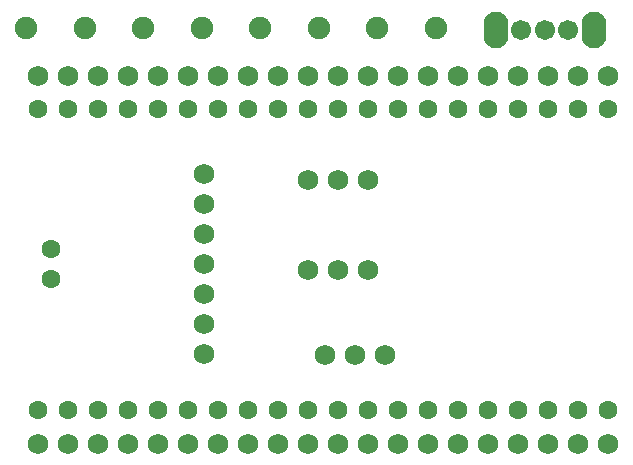
<source format=gts>
G04 Layer: TopSolderMaskLayer*
G04 EasyEDA Pro v2.2.43.4, 2025-12-31 16:20:31*
G04 Gerber Generator version 0.3*
G04 Scale: 100 percent, Rotated: No, Reflected: No*
G04 Dimensions in millimeters*
G04 Leading zeros omitted, absolute positions, 4 integers and 5 decimals*
G04 Generated by one-click*
%FSLAX45Y45*%
%MOMM*%
%ADD10C,1.7516*%
%ADD11C,1.9016*%
%ADD12O,2.1016X3.10159*%
%ADD13O,1.70155X1.7016*%
%ADD14C,1.6016*%
%ADD15C,0.5857*%
G75*


G04 Pad Start*
G54D10*
G01X800100Y165100D03*
G01X1054100Y165100D03*
G01X1308100Y165100D03*
G01X1562100Y165100D03*
G01X1816100Y165100D03*
G01X2070100Y165100D03*
G01X2324100Y165100D03*
G01X2578100Y165100D03*
G01X2832100Y165100D03*
G01X3086100Y165100D03*
G01X3340100Y165100D03*
G01X3594100Y165100D03*
G01X3848100Y165100D03*
G01X4102100Y165100D03*
G01X4356100Y165100D03*
G01X4610100Y165100D03*
G01X4864100Y165100D03*
G01X5118100Y165100D03*
G01X5372100Y165100D03*
G01X5626100Y165100D03*
G01X5626100Y3276600D03*
G01X5372100Y3276600D03*
G01X5118100Y3276600D03*
G01X4864100Y3276600D03*
G01X4610100Y3276600D03*
G01X4356100Y3276600D03*
G01X4102100Y3276600D03*
G01X3848100Y3276600D03*
G01X3594100Y3276600D03*
G01X3340100Y3276600D03*
G01X3086100Y3276600D03*
G01X2832100Y3276600D03*
G01X2578100Y3276600D03*
G01X2324100Y3276600D03*
G01X2070100Y3276600D03*
G01X1816100Y3276600D03*
G01X1562100Y3276600D03*
G01X1308100Y3276600D03*
G01X1054100Y3276600D03*
G01X800100Y3276600D03*
G54D11*
G01X4174300Y3683000D03*
G01X3674301Y3683000D03*
G01X3183700Y3683000D03*
G01X2683701Y3683000D03*
G01X2193100Y3683000D03*
G01X1693101Y3683000D03*
G54D12*
G01X5507711Y3670300D03*
G01X4677689Y3670300D03*
G54D13*
G01X5092700Y3670300D03*
G01X4892700Y3670300D03*
G01X5292700Y3670300D03*
G54D10*
G01X3736340Y916940D03*
G01X3482340Y916940D03*
G01X3228340Y916940D03*
G01X3342640Y2397760D03*
G01X3342640Y1635760D03*
G01X3596640Y2397760D03*
G01X3088640Y2397760D03*
G01X3088640Y1635760D03*
G01X3596640Y1635760D03*
G01X2209800Y2451100D03*
G01X2209800Y2197100D03*
G01X2209800Y1943100D03*
G01X2209800Y1689100D03*
G01X2209800Y1435100D03*
G01X2209800Y1181100D03*
G01X2209800Y927100D03*
G54D14*
G01X914400Y1562100D03*
G01X914400Y1816100D03*
G54D11*
G01X1202500Y3683000D03*
G01X702501Y3683000D03*
G54D14*
G01X801197Y452400D03*
G01X1055197Y452400D03*
G01X1309197Y452400D03*
G01X1563197Y452400D03*
G01X1817197Y452400D03*
G01X2071197Y452400D03*
G01X2325197Y452400D03*
G01X2579197Y452400D03*
G01X2833197Y452400D03*
G01X3087197Y452400D03*
G01X3341197Y452400D03*
G01X3595197Y452400D03*
G01X3849197Y452400D03*
G01X4103197Y452400D03*
G01X4357197Y452400D03*
G01X4611197Y452400D03*
G01X4865197Y452400D03*
G01X5119197Y452400D03*
G01X5373197Y452400D03*
G01X5627197Y452400D03*
G01X5627197Y2994940D03*
G01X5373197Y2994940D03*
G01X5119197Y2994940D03*
G01X4865197Y2994940D03*
G01X4611197Y2994940D03*
G01X4357197Y2994940D03*
G01X4103197Y2994940D03*
G01X3849197Y2994940D03*
G01X3595197Y2994940D03*
G01X3341197Y2994940D03*
G01X3087197Y2994940D03*
G01X2833197Y2994940D03*
G01X2579197Y2994940D03*
G01X2325197Y2994940D03*
G01X2071197Y2994940D03*
G01X1817197Y2994940D03*
G01X1563197Y2994940D03*
G01X1309197Y2994940D03*
G01X1055197Y2994940D03*
G01X801197Y2994940D03*
G04 Pad End*

M02*


</source>
